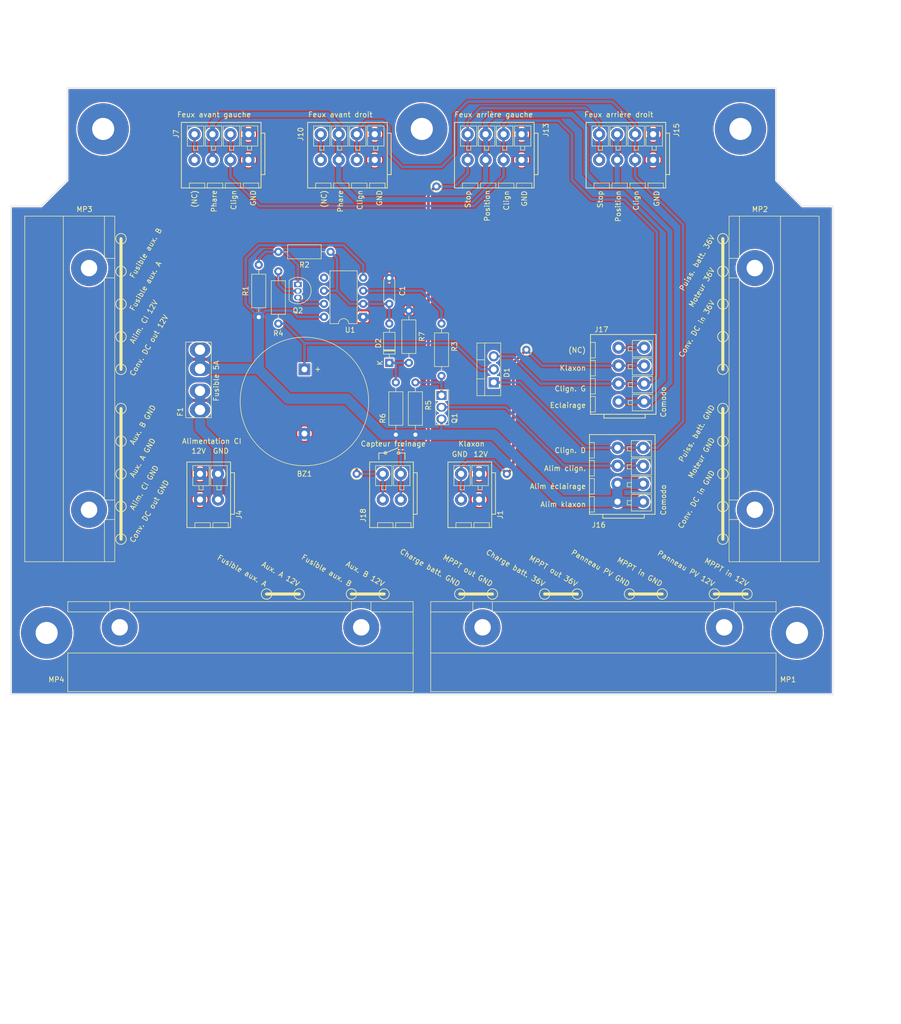
<source format=kicad_pcb>
(kicad_pcb (version 20211014) (generator pcbnew)

  (general
    (thickness 1.6)
  )

  (paper "A4")
  (layers
    (0 "F.Cu" signal)
    (31 "B.Cu" signal)
    (32 "B.Adhes" user "B.Adhesive")
    (33 "F.Adhes" user "F.Adhesive")
    (34 "B.Paste" user)
    (35 "F.Paste" user)
    (36 "B.SilkS" user "B.Silkscreen")
    (37 "F.SilkS" user "F.Silkscreen")
    (38 "B.Mask" user)
    (39 "F.Mask" user)
    (40 "Dwgs.User" user "User.Drawings")
    (41 "Cmts.User" user "User.Comments")
    (42 "Eco1.User" user "User.Eco1")
    (43 "Eco2.User" user "User.Eco2")
    (44 "Edge.Cuts" user)
    (45 "Margin" user)
    (46 "B.CrtYd" user "B.Courtyard")
    (47 "F.CrtYd" user "F.Courtyard")
    (48 "B.Fab" user)
    (49 "F.Fab" user)
    (50 "User.1" user)
    (51 "User.2" user)
    (52 "User.3" user)
    (53 "User.4" user)
    (54 "User.5" user)
    (55 "User.6" user)
    (56 "User.7" user)
    (57 "User.8" user)
    (58 "User.9" user)
  )

  (setup
    (stackup
      (layer "F.SilkS" (type "Top Silk Screen"))
      (layer "F.Paste" (type "Top Solder Paste"))
      (layer "F.Mask" (type "Top Solder Mask") (thickness 0.01))
      (layer "F.Cu" (type "copper") (thickness 0.035))
      (layer "dielectric 1" (type "core") (thickness 1.51) (material "FR4") (epsilon_r 4.5) (loss_tangent 0.02))
      (layer "B.Cu" (type "copper") (thickness 0.035))
      (layer "B.Mask" (type "Bottom Solder Mask") (thickness 0.01))
      (layer "B.Paste" (type "Bottom Solder Paste"))
      (layer "B.SilkS" (type "Bottom Silk Screen"))
      (copper_finish "None")
      (dielectric_constraints no)
    )
    (pad_to_mask_clearance 0)
    (pcbplotparams
      (layerselection 0x00010e0_ffffffff)
      (disableapertmacros false)
      (usegerberextensions false)
      (usegerberattributes true)
      (usegerberadvancedattributes true)
      (creategerberjobfile true)
      (svguseinch false)
      (svgprecision 6)
      (excludeedgelayer true)
      (plotframeref false)
      (viasonmask false)
      (mode 1)
      (useauxorigin false)
      (hpglpennumber 1)
      (hpglpenspeed 20)
      (hpglpendiameter 15.000000)
      (dxfpolygonmode true)
      (dxfimperialunits true)
      (dxfusepcbnewfont true)
      (psnegative false)
      (psa4output false)
      (plotreference true)
      (plotvalue true)
      (plotinvisibletext false)
      (sketchpadsonfab false)
      (subtractmaskfromsilk false)
      (outputformat 1)
      (mirror false)
      (drillshape 0)
      (scaleselection 1)
      (outputdirectory "")
    )
  )

  (net 0 "")
  (net 1 "GND")
  (net 2 "Net-(F1-Pad2)")
  (net 3 "Net-(D1-Pad1)")
  (net 4 "unconnected-(J7-Pad4)")
  (net 5 "unconnected-(J10-Pad4)")
  (net 6 "/Phares")
  (net 7 "Net-(J13-Pad4)")
  (net 8 "Net-(J1-Pad2)")
  (net 9 "/Flasher/Out")
  (net 10 "unconnected-(J17-Pad4)")
  (net 11 "/12V_5A")
  (net 12 "Net-(Q1-Pad1)")
  (net 13 "Net-(C1-Pad1)")
  (net 14 "Net-(D1-Pad3)")
  (net 15 "Net-(Q2-Pad1)")
  (net 16 "unconnected-(U1-Pad5)")
  (net 17 "Net-(Q2-Pad2)")
  (net 18 "/Flasher/Enable")
  (net 19 "Net-(Q2-Pad3)")
  (net 20 "Net-(R3-Pad1)")
  (net 21 "Net-(D2-Pad1)")

  (footprint "circuit:Wago_221-500_SplicingConnectorHolder" (layer "F.Cu") (at 95.25 82.55 90))

  (footprint "circuit:MountingHole_5mm" (layer "F.Cu") (at 87 130))

  (footprint "circuit:Buzzer_25x16_12.5" (layer "F.Cu") (at 137.16 78.74 -90))

  (footprint "circuit:Wago_221-500_SplicingConnectorHolder" (layer "F.Cu") (at 124.714 128.905 180))

  (footprint "circuit:Multicomp_MCCQ-122" (layer "F.Cu") (at 116.84 74.93 -90))

  (footprint "circuit:TerminalBlock_Wago_2601-3102_1x02_P3.50mm_Vertical" (layer "F.Cu") (at 120.340003 104.06 180))

  (footprint "Resistor_THT:R_Axial_DIN0207_L6.3mm_D2.5mm_P10.16mm_Horizontal" (layer "F.Cu") (at 163.83 69.85 -90))

  (footprint "circuit:MountingHole_5mm" (layer "F.Cu") (at 98 32))

  (footprint "circuit:TerminalBlock_Wago_2601-3104_1x04_P3.50mm_Vertical" (layer "F.Cu") (at 179.410004 38.02 180))

  (footprint "Package_DIP:DIP-8_W7.62mm" (layer "F.Cu") (at 148.59 68.54 180))

  (footprint "circuit:Strap_D2.0mm_Drill1.0mm" (layer "F.Cu") (at 176.53 99.06))

  (footprint "circuit:TerminalBlock_Wago_2601-3104_1x04_P3.50mm_Vertical" (layer "F.Cu") (at 205.010004 38.02 180))

  (footprint "circuit:MountingHole_5mm" (layer "F.Cu") (at 222 32))

  (footprint "circuit:TO-220-3_Vertical" (layer "F.Cu") (at 173.99 81.28 90))

  (footprint "Package_TO_SOT_THT:TO-92L_Inline" (layer "F.Cu") (at 135.89 62.23 -90))

  (footprint "circuit:TerminalBlock_Wago_2601-3104_1x04_P3.50mm_Vertical" (layer "F.Cu") (at 126.270004 38.02 180))

  (footprint "Resistor_THT:R_Axial_DIN0207_L6.3mm_D2.5mm_P10.16mm_Horizontal" (layer "F.Cu") (at 157.48 77.47 90))

  (footprint "circuit:TerminalBlock_Wago_2601-3104_1x04_P3.50mm_Vertical" (layer "F.Cu") (at 198.07 104.480004 90))

  (footprint "Resistor_THT:R_Axial_DIN0207_L6.3mm_D2.5mm_P10.16mm_Horizontal" (layer "F.Cu") (at 158.75 91.44 90))

  (footprint "circuit:Wago_221-500_SplicingConnectorHolder" (layer "F.Cu") (at 224.79 82.55 -90))

  (footprint "Resistor_THT:R_Axial_DIN0207_L6.3mm_D2.5mm_P10.16mm_Horizontal" (layer "F.Cu") (at 132.08 59.69 -90))

  (footprint "circuit:MountingHole_5mm" (layer "F.Cu") (at 160 32))

  (footprint "Resistor_THT:R_Axial_DIN0207_L6.3mm_D2.5mm_P10.16mm_Horizontal" (layer "F.Cu") (at 154.94 91.44 90))

  (footprint "circuit:Strap_D2.0mm_Drill1.0mm" (layer "F.Cu") (at 147.32 99.06))

  (footprint "Resistor_THT:R_Axial_DIN0207_L6.3mm_D2.5mm_P10.16mm_Horizontal" (layer "F.Cu") (at 128.27 68.58 90))

  (footprint "Resistor_THT:R_Axial_DIN0207_L6.3mm_D2.5mm_P10.16mm_Horizontal" (layer "F.Cu") (at 132.08 55.88))

  (footprint "circuit:Strap_D2.0mm_Drill1.0mm" (layer "F.Cu") (at 180.34 74.93))

  (footprint "Capacitor_THT:C_Disc_D4.3mm_W1.9mm_P5.00mm" (layer "F.Cu") (at 153.67 66 90))

  (footprint "circuit:Strap_D2.0mm_Drill1.0mm" (layer "F.Cu") (at 162.83 43.18))

  (footprint "circuit:TerminalBlock_Wago_2601-3102_1x02_P3.50mm_Vertical" (layer "F.Cu") (at 171.140003 104.06 180))

  (footprint "circuit:Wago_221-500_SplicingConnectorHolder" (layer "F.Cu") (at 195.326 128.905 180))

  (footprint "circuit:TerminalBlock_Wago_2601-3102_1x02_P3.50mm_Vertical" (layer "F.Cu") (at 155.900003 104.06 180))

  (footprint "circuit:TerminalBlock_Wago_2601-3104_1x04_P3.50mm_Vertical" (layer "F.Cu") (at 198.2698 85.014998 90))

  (footprint "circuit:TO-251-3_Vertical" (layer "F.Cu") (at 163.83 83.82 -90))

  (footprint "circuit:MountingHole_5mm" (layer "F.Cu") (at 233 130))

  (footprint "circuit:TerminalBlock_Wago_2601-3104_1x04_P3.50mm_Vertical" (layer "F.Cu") (at 150.835004 38.02 180))

  (footprint "Diode_THT:D_DO-35_SOD27_P7.62mm_Horizontal" (layer "F.Cu") (at 153.67 77.47 90))

  (gr_circle (center 218.567 53.34) (end 218.567 54.356) (layer "F.SilkS") (width 0.15) (fill none) (tstamp 00cc452e-ba96-4e88-af55-18733b4ebc37))
  (gr_line (start 152.908 94.996) (end 155.448 93.98) (layer "F.SilkS") (width 0.15) (tstamp 037ebb6b-c1e3-482d-a0fb-4947fbe14174))
  (gr_circle (center 223.266 122.428) (end 224.282 122.428) (layer "F.SilkS") (width 0.15) (fill none) (tstamp 055fcf87-c6aa-4d3a-b430-5d09e34b74e5))
  (gr_circle (center 101.473 92.71) (end 101.473 93.726) (layer "F.SilkS") (width 0.15) (fill none) (tstamp 0b32eb5e-cf7d-4f91-a80b-b69cb363145f))
  (gr_circle (center 101.473 66.04) (end 101.473 67.056) (layer "F.SilkS") (width 0.15) (fill none) (tstamp 0d55e7a3-dc43-43c6-9a9a-2009d8d31a46))
  (gr_circle (center 218.567 111.76) (end 218.567 112.776) (layer "F.SilkS") (width 0.15) (fill none) (tstamp 0e0ef8f7-8f11-42c6-a45f-df3b4592f844))
  (gr_circle (center 101.473 86.36) (end 101.473 87.376) (layer "F.SilkS") (width 0.15) (fill none) (tstamp 1c60a30a-615f-448b-a49b-d8cc700366e8))
  (gr_circle (center 218.567 66.04) (end 218.567 67.056) (layer "F.SilkS") (width 0.15) (fill none) (tstamp 1eb217a3-880e-4df2-9811-286c14ac7f74))
  (gr_circle (center 101.473 59.69) (end 101.473 60.706) (layer "F.SilkS") (width 0.15) (fill none) (tstamp 21c33e54-0519-410a-b68d-8ed076ea3b1e))
  (gr_circle (center 218.567 105.41) (end 218.567 106.426) (layer "F.SilkS") (width 0.15) (fill none) (tstamp 22f715ec-100a-4c8e-ab3e-fe94307aa39f))
  (gr_line (start 151.638 94.996) (end 152.908 94.996) (layer "F.SilkS") (width 0.15) (tstamp 2665a517-cfa8-4700-85c7-f742ee9f908d))
  (gr_line (start 218.567 111.76) (end 218.567 86.36) (layer "F.SilkS") (width 0.6) (tstamp 267ab17e-424b-4c5b-bf96-65deaaa5db5d))
  (gr_line (start 167.386 122.428) (end 173.736 122.428) (layer "F.SilkS") (width 0.6) (tstamp 276e2239-1b6d-4c52-a207-9385ed3216ee))
  (gr_circle (center 200.406 122.428) (end 200.406 123.444) (layer "F.SilkS") (width 0.15) (fill none) (tstamp 30a29d66-4141-4259-8081-d6952d8bac58))
  (gr_line (start 151.638 96.266) (end 151.638 94.996) (layer "F.SilkS") (width 0.15) (tstamp 317163f5-2dcf-44f7-ad22-042c6ecaf6a0))
  (gr_circle (center 218.567 86.36) (end 218.567 87.376) (layer "F.SilkS") (width 0.15) (fill none) (tstamp 3415d0f1-a5ec-4da2-977b-59cdf177a34e))
  (gr_circle (center 152.908 94.996) (end 152.908 95.25) (layer "F.SilkS") (width 0.15) (fill none) (tstamp 3ba68855-4f8b-4d02-b57a-7a757e623ac6))
  (gr_line (start 156.718 96.266) (end 156.718 94.996) (layer "F.SilkS") (width 0.15) (tstamp 4884cbfa-0b58-4e04-88a2-8b0679a49cfe))
  (gr_circle (center 173.736 122.428) (end 174.752 122.428) (layer "F.SilkS") (width 0.15) (fill none) (tstamp 4ae8d5b6-ac5e-42d2-b8f3-c8cc021daa80))
  (gr_circle (center 101.473 72.39) (end 101.473 73.406) (layer "F.SilkS") (width 0.15) (fill none) (tstamp 51e3ee0a-facb-4db4-9532-340a50f8f1f2))
  (gr_circle (center 206.756 122.428) (end 207.772 122.428) (layer "F.SilkS") (width 0.15) (fill none) (tstamp 556aaf9d-07f6-43f6-8fc0-4e9785c941f1))
  (gr_circle (center 101.473 111.76) (end 101.473 112.776) (layer "F.SilkS") (width 0.15) (fill none) (tstamp 5bf0cce5-0f16-48e1-8027-73d52d0770a7))
  (gr_line (start 155.448 94.996) (end 156.718 94.996) (layer "F.SilkS") (width 0.15) (tstamp 64594d5f-3d87-4b12-b761-9dd43370d25f))
  (gr_line (start 101.473 111.76) (end 101.473 86.36) (layer "F.SilkS") (width 0.6) (tstamp 6880ab3e-a6aa-4a14-9152-a9eb9358d1fc))
  (gr_circle (center 152.654 122.428) (end 153.67 122.428) (layer "F.SilkS") (width 0.15) (fill none) (tstamp 6a0bff84-e9d8-41a3-aabe-ad4db7905799))
  (gr_circle (center 155.448 94.996) (end 155.448 95.25) (layer "F.SilkS") (width 0.15) (fill none) (tstamp 70832878-fccb-4304-88d0-2e6b8d58c95c))
  (gr_line (start 129.794 122.428) (end 136.144 122.428) (layer "F.SilkS") (width 0.6) (tstamp 762ff740-3b01-4bc8-872a-9874ec8e35e1))
  (gr_circle (center 218.567 72.39) (end 218.567 73.406) (layer "F.SilkS") (width 0.15) (fill none) (tstamp 82d429c8-e93d-4f0a-b38e-c4998fc025d4))
  (gr_circle (center 218.567 99.06) (end 218.567 100.076) (layer "F.SilkS") (width 0.15) (fill none) (tstamp 8c73b2a6-3a37-44e3-a20a-4d59420eda58))
  (gr_circle (center 136.144 122.428) (end 137.16 122.428) (layer "F.SilkS") (width 0.15) (fill none) (tstamp 8c76b169-ab5a-4294-b011-8cc6dbfede52))
  (gr_line (start 146.304 122.428) (end 152.654 122.428) (layer "F.SilkS") (width 0.6) (tstamp 91be0c4d-31d3-4e82-bf1f-77f12a0724d3))
  (gr_circle (center 101.473 78.74) (end 101.473 79.756) (layer "F.SilkS") (width 0.15) (fill none) (tstamp 92debe54-aa60-4d78-93c4-7bed450025c3))
  (gr_circle (center 183.896 122.428) (end 183.896 123.444) (layer "F.SilkS") (width 0.15) (fill none) (tstamp 9e269d91-7d17-4c00-b467-153271320d02))
  (gr_line (start 200.406 122.428) (end 206.756 122.428) (layer "F.SilkS") (width 0.6) (tstamp 9f5f49d5-5120-4673-b032-f8b828707780))
  (gr_circle (center 218.567 78.74) (end 218.567 79.756) (layer "F.SilkS") (width 0.15) (fill none) (tstamp ae522db0-de0e-46c6-a5db-2a3e5dc1e2c8))
  (gr_line (start 183.896 122.428) (end 190.246 122.428) (layer "F.SilkS") (width 0.6) (tstamp b9dd1e64-81b6-4cb3-a41a-714927a1f651))
  (gr_line (start 216.916 122.428) (end 223.266 122.428) (layer "F.SilkS") (width 0.6) (tstamp bd1578a3-4a14-4bd9-bd84-0de04e146746))
  (gr_line (start 218.567 78.74) (end 218.567 53.34) (layer "F.SilkS") (width 0.6) (tstamp c385224b-423f-40f8-919d-7bb5706505b4))
  (gr_circle (center 101.473 53.34) (end 101.473 54.356) (layer "F.SilkS") (width 0.15) (fill none) (tstamp c52275f8-949a-4fec-91e2-a5d4834b2abf))
  (gr_circle (center 190.246 122.428) (end 191.262 122.428) (layer "F.SilkS") (width 0.15) (fill none) (tstamp c623ebf3-b72b-47a6-99f0-44d878243028))
  (gr_circle (center 146.304 122.428) (end 146.304 123.444) (layer "F.SilkS") (width 0.15) (fill none) (tstamp d76ff1a7-35b0-4008-84bc-2c8ee966a14c))
  (gr_circle (center 218.567 92.71) (end 218.567 93.726) (layer "F.SilkS") (width 0.15) (fill none) (tstamp dd06bd11-c251-457b-b962-c3f96bc19116))
  (gr_circle (center 101.473 105.41) (end 101.473 106.426) (layer "F.SilkS") (width 0.15) (fill none) (tstamp e0a52752-2d8f-477c-9516-b9400a50c85b))
  (gr_line (start 101.473 78.74) (end 101.473 53.34) (layer "F.SilkS") (width 0.6) (tstamp e16a7896-6132-41a2-88b1-6a30824e02f1))
  (gr_circle (center 218.567 59.69) (end 218.567 60.706) (layer "F.SilkS") (width 0.15) (fill none) (tstamp e613b6cd-fa9d-4fee-b77c-739df61b24e7))
  (gr_circle (center 129.794 122.428) (end 129.794 123.444) (layer "F.SilkS") (width 0.15) (fill none) (tstamp ec541a50-51a5-45b4-bd93-6dc3c5da4675))
  (gr_circle (center 167.386 122.428) (end 167.386 123.444) (layer "F.SilkS") (width 0.15) (fill none) (tstamp f896295d-a092-487a-b396-fb2265acf685))
  (gr_circle (center 216.916 122.428) (end 216.916 123.444) (layer "F.SilkS") (width 0.15) (fill none) (tstamp f96da55c-37fd-441a-97cf-2faa4effb06f))
  (gr_circle (center 101.473 99.06) (end 101.473 100.076) (layer "F.SilkS") (width 0.15) (fill none) (tstamp ff786ef8-333e-498b-b6d9-09fa2cc3b86f))
  (gr_line (start 80 142) (end 240 142) (layer "Edge.Cuts") (width 0.1) (tstamp 0653d88d-1431-47ec-b679-ea373d096b5c))
  (gr_line (start 91 42) (end 86 47) (layer "Edge.Cuts") (width 0.1) (tstamp 20031590-d6a9-4d4d-aeb2-12d6c03d848d))
  (gr_line (start 80 47) (end 80 142) (layer "Edge.Cuts") (width 0.1) (tstamp 309b270e-f689-4205-9d34-2966e857793a))
  (gr_line (start 86 47) (end 80 47) (layer "Edge.Cuts") (width 0.1) (tstamp 67fc2518-2259-460f-b3b5-dc49255b47ce))
  (gr_line (start 240 142) (end 240 47) (layer "Edge.Cuts") (width 0.1) (tstamp 835448c7-ec80-4766-a6c1-a5a582a55684))
  (gr_line (start 229 42) (end 229 24) (layer "Edge.Cuts") (width 0.1) (tstamp bc28053b-c624-471c-bafd-fe221ed3a78b))
  (gr_line (start 240 47) (end 234 47) (layer "Edge.Cuts") (width 0.1) (tstamp dc7f8437-4519-40a8-853e-b8c64fff5080))
  (gr_line (start 234 47) (end 229 42) (layer "Edge.Cuts") (width 0.1) (tstamp df39f544-6a68-4dec-9837-3610e712e7fc))
  (gr_line (start 91 24) (end 91 42) (layer "Edge.Cuts") (width 0.1) (tstamp e7d07347-
... [987110 chars truncated]
</source>
